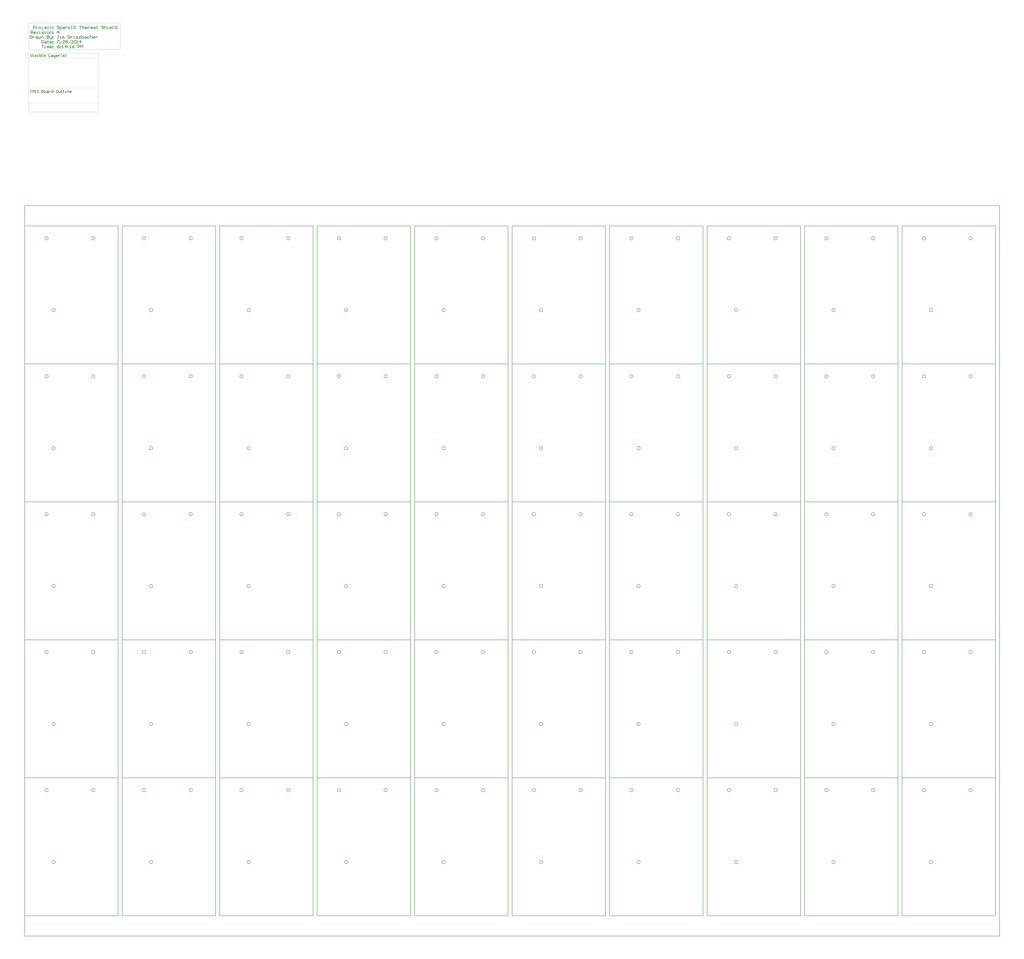
<source format=gko>
%FSLAX25Y25*%
%MOIN*%
G70*
G01*
G75*
G04 Layer_Color=16711935*
%ADD10C,0.01200*%
%ADD11R,0.02559X0.03740*%
G04:AMPARAMS|DCode=12|XSize=37.4mil|YSize=25.59mil|CornerRadius=6.4mil|HoleSize=0mil|Usage=FLASHONLY|Rotation=270.000|XOffset=0mil|YOffset=0mil|HoleType=Round|Shape=RoundedRectangle|*
%AMROUNDEDRECTD12*
21,1,0.03740,0.01280,0,0,270.0*
21,1,0.02461,0.02559,0,0,270.0*
1,1,0.01280,-0.00640,-0.01230*
1,1,0.01280,-0.00640,0.01230*
1,1,0.01280,0.00640,0.01230*
1,1,0.01280,0.00640,-0.01230*
%
%ADD12ROUNDEDRECTD12*%
%ADD13O,0.02362X0.07480*%
%ADD14R,0.03900X0.04300*%
%ADD15C,0.04000*%
%ADD16R,0.04300X0.03900*%
%ADD17C,0.01000*%
%ADD18C,0.01500*%
%ADD19C,0.02000*%
%ADD20C,0.00394*%
%ADD21C,0.07087*%
%ADD22R,0.07087X0.07087*%
%ADD23C,0.09449*%
%ADD24C,0.05906*%
%ADD25R,0.05906X0.05906*%
%ADD26C,0.08661*%
%ADD27C,0.31496*%
%ADD28C,0.01800*%
%ADD29C,0.00787*%
%ADD30C,0.00984*%
%ADD31C,0.01575*%
%ADD32C,0.00700*%
%ADD33C,0.00800*%
%ADD34R,0.03359X0.04540*%
G04:AMPARAMS|DCode=35|XSize=45.4mil|YSize=33.59mil|CornerRadius=10.4mil|HoleSize=0mil|Usage=FLASHONLY|Rotation=270.000|XOffset=0mil|YOffset=0mil|HoleType=Round|Shape=RoundedRectangle|*
%AMROUNDEDRECTD35*
21,1,0.04540,0.01280,0,0,270.0*
21,1,0.02461,0.03359,0,0,270.0*
1,1,0.02080,-0.00640,-0.01230*
1,1,0.02080,-0.00640,0.01230*
1,1,0.02080,0.00640,0.01230*
1,1,0.02080,0.00640,-0.01230*
%
%ADD35ROUNDEDRECTD35*%
%ADD36O,0.03162X0.08280*%
%ADD37R,0.04700X0.05100*%
%ADD38C,0.08000*%
%ADD39R,0.05100X0.04700*%
%ADD40C,0.07887*%
%ADD41R,0.07887X0.07887*%
%ADD42C,0.10249*%
%ADD43C,0.06706*%
%ADD44R,0.06706X0.06706*%
%ADD45C,0.09461*%
%ADD46C,0.32296*%
%ADD47C,0.02600*%
%ADD48C,0.00197*%
D10*
X17199Y2078300D02*
X15200D01*
Y2084298D01*
X17199D01*
X20198Y2078300D02*
Y2084298D01*
X22198Y2082299D01*
X24197Y2084298D01*
Y2078300D01*
X26196D02*
X28196D01*
X27196D01*
Y2084298D01*
X26196Y2083298D01*
X31195Y2078300D02*
X33194D01*
Y2084298D01*
X31195D01*
X42191D02*
Y2078300D01*
X45190D01*
X46190Y2079300D01*
Y2080299D01*
X45190Y2081299D01*
X42191D01*
X45190D01*
X46190Y2082299D01*
Y2083298D01*
X45190Y2084298D01*
X42191D01*
X49189Y2078300D02*
X51188D01*
X52188Y2079300D01*
Y2081299D01*
X51188Y2082299D01*
X49189D01*
X48189Y2081299D01*
Y2079300D01*
X49189Y2078300D01*
X55187Y2082299D02*
X57186D01*
X58186Y2081299D01*
Y2078300D01*
X55187D01*
X54187Y2079300D01*
X55187Y2080299D01*
X58186D01*
X60185Y2082299D02*
Y2078300D01*
Y2080299D01*
X61185Y2081299D01*
X62185Y2082299D01*
X63184D01*
X70182Y2084298D02*
Y2078300D01*
X67183D01*
X66184Y2079300D01*
Y2081299D01*
X67183Y2082299D01*
X70182D01*
X81179Y2084298D02*
X79179D01*
X78180Y2083298D01*
Y2079300D01*
X79179Y2078300D01*
X81179D01*
X82178Y2079300D01*
Y2083298D01*
X81179Y2084298D01*
X84178Y2082299D02*
Y2079300D01*
X85177Y2078300D01*
X88176D01*
Y2082299D01*
X91175Y2083298D02*
Y2082299D01*
X90176D01*
X92175D01*
X91175D01*
Y2079300D01*
X92175Y2078300D01*
X95174D02*
X97174D01*
X96174D01*
Y2084298D01*
X95174D01*
X100172Y2078300D02*
X102172D01*
X101172D01*
Y2082299D01*
X100172D01*
X105171Y2078300D02*
Y2082299D01*
X108170D01*
X109170Y2081299D01*
Y2078300D01*
X114168D02*
X112169D01*
X111169Y2079300D01*
Y2081299D01*
X112169Y2082299D01*
X114168D01*
X115168Y2081299D01*
Y2080299D01*
X111169D01*
X14600Y2172878D02*
Y2168879D01*
X16599Y2166879D01*
X18599Y2168879D01*
Y2172878D01*
X20598Y2166879D02*
X22597D01*
X21598D01*
Y2170878D01*
X20598D01*
X25596Y2166879D02*
X28596D01*
X29595Y2167879D01*
X28596Y2168879D01*
X26596D01*
X25596Y2169879D01*
X26596Y2170878D01*
X29595D01*
X31594Y2166879D02*
X33594D01*
X32594D01*
Y2170878D01*
X31594D01*
X36593Y2172878D02*
Y2166879D01*
X39592D01*
X40592Y2167879D01*
Y2168879D01*
Y2169879D01*
X39592Y2170878D01*
X36593D01*
X42591Y2166879D02*
X44590D01*
X43591D01*
Y2172878D01*
X42591D01*
X50588Y2166879D02*
X48589D01*
X47589Y2167879D01*
Y2169879D01*
X48589Y2170878D01*
X50588D01*
X51588Y2169879D01*
Y2168879D01*
X47589D01*
X59585Y2172878D02*
Y2166879D01*
X63584D01*
X66583Y2170878D02*
X68582D01*
X69582Y2169879D01*
Y2166879D01*
X66583D01*
X65583Y2167879D01*
X66583Y2168879D01*
X69582D01*
X71582Y2170878D02*
Y2167879D01*
X72581Y2166879D01*
X75580D01*
Y2165880D01*
X74581Y2164880D01*
X73581D01*
X75580Y2166879D02*
Y2170878D01*
X80579Y2166879D02*
X78579D01*
X77580Y2167879D01*
Y2169879D01*
X78579Y2170878D01*
X80579D01*
X81578Y2169879D01*
Y2168879D01*
X77580D01*
X83578Y2170878D02*
Y2166879D01*
Y2168879D01*
X84577Y2169879D01*
X85577Y2170878D01*
X86577D01*
X91575Y2166879D02*
X89576Y2168879D01*
Y2170878D01*
X91575Y2172878D01*
X94574Y2166879D02*
X97573D01*
X98573Y2167879D01*
X97573Y2168879D01*
X95574D01*
X94574Y2169879D01*
X95574Y2170878D01*
X98573D01*
X100572Y2166879D02*
X102571Y2168879D01*
Y2170878D01*
X100572Y2172878D01*
X21364Y2235431D02*
Y2242428D01*
X24863D01*
X26029Y2241262D01*
Y2238930D01*
X24863Y2237763D01*
X21364D01*
X28362Y2240096D02*
Y2235431D01*
Y2237763D01*
X29528Y2238930D01*
X30694Y2240096D01*
X31861D01*
X36526Y2235431D02*
X38858D01*
X40025Y2236597D01*
Y2238930D01*
X38858Y2240096D01*
X36526D01*
X35359Y2238930D01*
Y2236597D01*
X36526Y2235431D01*
X42357Y2233098D02*
X43523D01*
X44690Y2234264D01*
Y2240096D01*
X52854Y2235431D02*
X50521D01*
X49355Y2236597D01*
Y2238930D01*
X50521Y2240096D01*
X52854D01*
X54020Y2238930D01*
Y2237763D01*
X49355D01*
X61018Y2240096D02*
X57519D01*
X56353Y2238930D01*
Y2236597D01*
X57519Y2235431D01*
X61018D01*
X64517Y2241262D02*
Y2240096D01*
X63350D01*
X65683D01*
X64517D01*
Y2236597D01*
X65683Y2235431D01*
X69182Y2240096D02*
X70348D01*
Y2238930D01*
X69182D01*
Y2240096D01*
Y2236597D02*
X70348D01*
Y2235431D01*
X69182D01*
Y2236597D01*
X15532Y2223620D02*
Y2230617D01*
X19031D01*
X20198Y2229451D01*
Y2227118D01*
X19031Y2225952D01*
X15532D01*
X17865D02*
X20198Y2223620D01*
X26029D02*
X23697D01*
X22530Y2224786D01*
Y2227118D01*
X23697Y2228285D01*
X26029D01*
X27195Y2227118D01*
Y2225952D01*
X22530D01*
X29528Y2228285D02*
X31861Y2223620D01*
X34193Y2228285D01*
X36526Y2223620D02*
X38858D01*
X37692D01*
Y2228285D01*
X36526D01*
X42357Y2223620D02*
X45856D01*
X47022Y2224786D01*
X45856Y2225952D01*
X43523D01*
X42357Y2227118D01*
X43523Y2228285D01*
X47022D01*
X49355Y2223620D02*
X51688D01*
X50521D01*
Y2228285D01*
X49355D01*
X56353Y2223620D02*
X58685D01*
X59851Y2224786D01*
Y2227118D01*
X58685Y2228285D01*
X56353D01*
X55186Y2227118D01*
Y2224786D01*
X56353Y2223620D01*
X62184D02*
Y2228285D01*
X65683D01*
X66849Y2227118D01*
Y2223620D01*
X69182Y2228285D02*
X70348D01*
Y2227118D01*
X69182D01*
Y2228285D01*
Y2224786D02*
X70348D01*
Y2223620D01*
X69182D01*
Y2224786D01*
X13200Y2218806D02*
Y2211809D01*
X16699D01*
X17865Y2212975D01*
Y2217640D01*
X16699Y2218806D01*
X13200D01*
X20198Y2216474D02*
Y2211809D01*
Y2214141D01*
X21364Y2215307D01*
X22530Y2216474D01*
X23697D01*
X28362D02*
X30694D01*
X31861Y2215307D01*
Y2211809D01*
X28362D01*
X27195Y2212975D01*
X28362Y2214141D01*
X31861D01*
X34193Y2216474D02*
Y2212975D01*
X35359Y2211809D01*
X36526Y2212975D01*
X37692Y2211809D01*
X38858Y2212975D01*
Y2216474D01*
X41191Y2211809D02*
Y2216474D01*
X44690D01*
X45856Y2215307D01*
Y2211809D01*
X55186Y2218806D02*
Y2211809D01*
X58685D01*
X59851Y2212975D01*
Y2214141D01*
X58685Y2215307D01*
X55186D01*
X58685D01*
X59851Y2216474D01*
Y2217640D01*
X58685Y2218806D01*
X55186D01*
X62184Y2216474D02*
Y2212975D01*
X63350Y2211809D01*
X66849D01*
Y2210642D01*
X65683Y2209476D01*
X64517D01*
X66849Y2211809D02*
Y2216474D01*
X69182D02*
X70348D01*
Y2215307D01*
X69182D01*
Y2216474D01*
Y2212975D02*
X70348D01*
Y2211809D01*
X69182D01*
Y2212975D01*
X42357Y2206995D02*
Y2199998D01*
X45856D01*
X47022Y2201164D01*
Y2205829D01*
X45856Y2206995D01*
X42357D01*
X50521Y2204663D02*
X52854D01*
X54020Y2203497D01*
Y2199998D01*
X50521D01*
X49355Y2201164D01*
X50521Y2202330D01*
X54020D01*
X57519Y2205829D02*
Y2204663D01*
X56353D01*
X58685D01*
X57519D01*
Y2201164D01*
X58685Y2199998D01*
X65683D02*
X63350D01*
X62184Y2201164D01*
Y2203497D01*
X63350Y2204663D01*
X65683D01*
X66849Y2203497D01*
Y2202330D01*
X62184D01*
X69182Y2204663D02*
X70348D01*
Y2203497D01*
X69182D01*
Y2204663D01*
Y2201164D02*
X70348D01*
Y2199998D01*
X69182D01*
Y2201164D01*
X42357Y2195184D02*
X47022D01*
X44690D01*
Y2188187D01*
X49355D02*
X51688D01*
X50521D01*
Y2192852D01*
X49355D01*
X55186Y2188187D02*
Y2192852D01*
X56353D01*
X57519Y2191685D01*
Y2188187D01*
Y2191685D01*
X58685Y2192852D01*
X59851Y2191685D01*
Y2188187D01*
X65683D02*
X63350D01*
X62184Y2189353D01*
Y2191685D01*
X63350Y2192852D01*
X65683D01*
X66849Y2191685D01*
Y2190519D01*
X62184D01*
X69182Y2192852D02*
X70348D01*
Y2191685D01*
X69182D01*
Y2192852D01*
Y2189353D02*
X70348D01*
Y2188187D01*
X69182D01*
Y2189353D01*
X84794Y2241262D02*
X83628Y2242428D01*
X81295D01*
X80129Y2241262D01*
Y2240096D01*
X81295Y2238930D01*
X83628D01*
X84794Y2237763D01*
Y2236597D01*
X83628Y2235431D01*
X81295D01*
X80129Y2236597D01*
X87127Y2233098D02*
Y2240096D01*
X90626D01*
X91792Y2238930D01*
Y2236597D01*
X90626Y2235431D01*
X87127D01*
X95291Y2240096D02*
X97623D01*
X98790Y2238930D01*
Y2235431D01*
X95291D01*
X94125Y2236597D01*
X95291Y2237763D01*
X98790D01*
X101122Y2240096D02*
Y2235431D01*
Y2237763D01*
X102289Y2238930D01*
X103455Y2240096D01*
X104621D01*
X108120Y2235431D02*
Y2242428D01*
Y2237763D02*
X111619Y2240096D01*
X108120Y2237763D02*
X111619Y2235431D01*
X115118Y2242428D02*
X117450D01*
X116284D01*
Y2235431D01*
X115118D01*
X117450D01*
X124448Y2242428D02*
X122116D01*
X120949Y2241262D01*
Y2236597D01*
X122116Y2235431D01*
X124448D01*
X125614Y2236597D01*
Y2241262D01*
X124448Y2242428D01*
X134945D02*
X139610D01*
X137277D01*
Y2235431D01*
X141943Y2242428D02*
Y2235431D01*
Y2238930D01*
X143109Y2240096D01*
X145441D01*
X146608Y2238930D01*
Y2235431D01*
X152439D02*
X150107D01*
X148940Y2236597D01*
Y2238930D01*
X150107Y2240096D01*
X152439D01*
X153605Y2238930D01*
Y2237763D01*
X148940D01*
X155938Y2240096D02*
Y2235431D01*
Y2237763D01*
X157104Y2238930D01*
X158271Y2240096D01*
X159437D01*
X162936Y2235431D02*
Y2240096D01*
X164102D01*
X165268Y2238930D01*
Y2235431D01*
Y2238930D01*
X166435Y2240096D01*
X167601Y2238930D01*
Y2235431D01*
X171100Y2240096D02*
X173432D01*
X174599Y2238930D01*
Y2235431D01*
X171100D01*
X169933Y2236597D01*
X171100Y2237763D01*
X174599D01*
X176931Y2235431D02*
X179264D01*
X178097D01*
Y2242428D01*
X176931D01*
X194425Y2241262D02*
X193259Y2242428D01*
X190927D01*
X189760Y2241262D01*
Y2240096D01*
X190927Y2238930D01*
X193259D01*
X194425Y2237763D01*
Y2236597D01*
X193259Y2235431D01*
X190927D01*
X189760Y2236597D01*
X196758Y2242428D02*
Y2235431D01*
Y2238930D01*
X197924Y2240096D01*
X200257D01*
X201423Y2238930D01*
Y2235431D01*
X203756D02*
X206088D01*
X204922D01*
Y2240096D01*
X203756D01*
X213086Y2235431D02*
X210754D01*
X209587Y2236597D01*
Y2238930D01*
X210754Y2240096D01*
X213086D01*
X214252Y2238930D01*
Y2237763D01*
X209587D01*
X216585Y2235431D02*
X218918D01*
X217751D01*
Y2242428D01*
X216585D01*
X227082D02*
Y2235431D01*
X223583D01*
X222416Y2236597D01*
Y2238930D01*
X223583Y2240096D01*
X227082D01*
X80129Y2223620D02*
Y2228285D01*
X82462Y2230617D01*
X84794Y2228285D01*
Y2223620D01*
Y2227118D01*
X80129D01*
X84794Y2218806D02*
X82462D01*
X83628D01*
Y2212975D01*
X82462Y2211809D01*
X81295D01*
X80129Y2212975D01*
X87127Y2211809D02*
X89459D01*
X88293D01*
Y2216474D01*
X87127D01*
X92958Y2211809D02*
Y2216474D01*
X94125D01*
X95291Y2215307D01*
Y2211809D01*
Y2215307D01*
X96457Y2216474D01*
X97623Y2215307D01*
Y2211809D01*
X111619Y2217640D02*
X110453Y2218806D01*
X108120D01*
X106954Y2217640D01*
Y2212975D01*
X108120Y2211809D01*
X110453D01*
X111619Y2212975D01*
Y2215307D01*
X109286D01*
X113952Y2216474D02*
Y2211809D01*
Y2214141D01*
X115118Y2215307D01*
X116284Y2216474D01*
X117450D01*
X120949Y2211809D02*
X123282D01*
X122116D01*
Y2216474D01*
X120949D01*
X126781Y2211809D02*
X130280D01*
X131446Y2212975D01*
X130280Y2214141D01*
X127947D01*
X126781Y2215307D01*
X127947Y2216474D01*
X131446D01*
X133778D02*
X138444D01*
X133778Y2211809D01*
X138444D01*
X140776Y2218806D02*
Y2211809D01*
X144275D01*
X145441Y2212975D01*
Y2214141D01*
Y2215307D01*
X144275Y2216474D01*
X140776D01*
X148940D02*
X151273D01*
X152439Y2215307D01*
Y2211809D01*
X148940D01*
X147774Y2212975D01*
X148940Y2214141D01*
X152439D01*
X159437Y2216474D02*
X155938D01*
X154772Y2215307D01*
Y2212975D01*
X155938Y2211809D01*
X159437D01*
X161769Y2218806D02*
Y2211809D01*
Y2215307D01*
X162936Y2216474D01*
X165268D01*
X166435Y2215307D01*
Y2211809D01*
X172266D02*
X169933D01*
X168767Y2212975D01*
Y2215307D01*
X169933Y2216474D01*
X172266D01*
X173432Y2215307D01*
Y2214141D01*
X168767D01*
X175765Y2216474D02*
Y2211809D01*
Y2214141D01*
X176931Y2215307D01*
X178097Y2216474D01*
X179264D01*
X84794Y2195184D02*
X82462Y2194018D01*
X80129Y2191685D01*
Y2189353D01*
X81295Y2188187D01*
X83628D01*
X84794Y2189353D01*
Y2190519D01*
X83628Y2191685D01*
X80129D01*
X87127Y2192852D02*
X88293D01*
Y2191685D01*
X87127D01*
Y2192852D01*
Y2189353D02*
X88293D01*
Y2188187D01*
X87127D01*
Y2189353D01*
X92958Y2188187D02*
X95291D01*
X94125D01*
Y2195184D01*
X92958Y2194018D01*
X102289Y2188187D02*
Y2195184D01*
X98790Y2191685D01*
X103455D01*
X105788Y2192852D02*
X106954D01*
Y2191685D01*
X105788D01*
Y2192852D01*
Y2189353D02*
X106954D01*
Y2188187D01*
X105788D01*
Y2189353D01*
X111619Y2188187D02*
X113952D01*
X112785D01*
Y2195184D01*
X111619Y2194018D01*
X122116Y2195184D02*
X119783Y2194018D01*
X117450Y2191685D01*
Y2189353D01*
X118617Y2188187D01*
X120949D01*
X122116Y2189353D01*
Y2190519D01*
X120949Y2191685D01*
X117450D01*
X131446Y2188187D02*
Y2195184D01*
X134945D01*
X136111Y2194018D01*
Y2191685D01*
X134945Y2190519D01*
X131446D01*
X138444Y2188187D02*
Y2195184D01*
X140776Y2192852D01*
X143109Y2195184D01*
Y2188187D01*
X80129Y2206995D02*
X84794D01*
Y2205829D01*
X80129Y2201164D01*
Y2199998D01*
X87127D02*
X91792Y2204663D01*
X98790Y2199998D02*
X94125D01*
X98790Y2204663D01*
Y2205829D01*
X97623Y2206995D01*
X95291D01*
X94125Y2205829D01*
X101122D02*
X102289Y2206995D01*
X104621D01*
X105788Y2205829D01*
Y2204663D01*
X104621Y2203497D01*
X105788Y2202330D01*
Y2201164D01*
X104621Y2199998D01*
X102289D01*
X101122Y2201164D01*
Y2202330D01*
X102289Y2203497D01*
X101122Y2204663D01*
Y2205829D01*
X102289Y2203497D02*
X104621D01*
X108120Y2199998D02*
X112785Y2204663D01*
X119783Y2199998D02*
X115118D01*
X119783Y2204663D01*
Y2205829D01*
X118617Y2206995D01*
X116284D01*
X115118Y2205829D01*
X122116D02*
X123282Y2206995D01*
X125614D01*
X126781Y2205829D01*
Y2201164D01*
X125614Y2199998D01*
X123282D01*
X122116Y2201164D01*
Y2205829D01*
X129113Y2199998D02*
X131446D01*
X130280D01*
Y2206995D01*
X129113Y2205829D01*
X138444Y2199998D02*
Y2206995D01*
X134945Y2203497D01*
X139610D01*
D17*
X75631Y182200D02*
G03*
X75631Y182200I-4031J0D01*
G01*
X58031Y359300D02*
G03*
X58031Y359300I-4031J0D01*
G01*
X173031D02*
G03*
X173031Y359300I-4031J0D01*
G01*
X315631Y182200D02*
G03*
X315631Y182200I-4031J0D01*
G01*
X298031Y359300D02*
G03*
X298031Y359300I-4031J0D01*
G01*
X413031D02*
G03*
X413031Y359300I-4031J0D01*
G01*
X555631Y182200D02*
G03*
X555631Y182200I-4031J0D01*
G01*
X538031Y359300D02*
G03*
X538031Y359300I-4031J0D01*
G01*
X653031D02*
G03*
X653031Y359300I-4031J0D01*
G01*
X795631Y182200D02*
G03*
X795631Y182200I-4031J0D01*
G01*
X778031Y359300D02*
G03*
X778031Y359300I-4031J0D01*
G01*
X893031D02*
G03*
X893031Y359300I-4031J0D01*
G01*
X1035631Y182200D02*
G03*
X1035631Y182200I-4031J0D01*
G01*
X1018031Y359300D02*
G03*
X1018031Y359300I-4031J0D01*
G01*
X1133031D02*
G03*
X1133031Y359300I-4031J0D01*
G01*
X1275631Y182200D02*
G03*
X1275631Y182200I-4031J0D01*
G01*
X1258031Y359300D02*
G03*
X1258031Y359300I-4031J0D01*
G01*
X1373031D02*
G03*
X1373031Y359300I-4031J0D01*
G01*
X1515631Y182200D02*
G03*
X1515631Y182200I-4031J0D01*
G01*
X1498031Y359300D02*
G03*
X1498031Y359300I-4031J0D01*
G01*
X1613031D02*
G03*
X1613031Y359300I-4031J0D01*
G01*
X1755631Y182200D02*
G03*
X1755631Y182200I-4031J0D01*
G01*
X1738031Y359300D02*
G03*
X1738031Y359300I-4031J0D01*
G01*
X1853031D02*
G03*
X1853031Y359300I-4031J0D01*
G01*
X1995631Y182200D02*
G03*
X1995631Y182200I-4031J0D01*
G01*
X1978031Y359300D02*
G03*
X1978031Y359300I-4031J0D01*
G01*
X2093031D02*
G03*
X2093031Y359300I-4031J0D01*
G01*
X2235631Y182200D02*
G03*
X2235631Y182200I-4031J0D01*
G01*
X2218031Y359300D02*
G03*
X2218031Y359300I-4031J0D01*
G01*
X2333031D02*
G03*
X2333031Y359300I-4031J0D01*
G01*
X75631Y522200D02*
G03*
X75631Y522200I-4031J0D01*
G01*
X58031Y699300D02*
G03*
X58031Y699300I-4031J0D01*
G01*
X173031D02*
G03*
X173031Y699300I-4031J0D01*
G01*
X315631Y522200D02*
G03*
X315631Y522200I-4031J0D01*
G01*
X298031Y699300D02*
G03*
X298031Y699300I-4031J0D01*
G01*
X413031D02*
G03*
X413031Y699300I-4031J0D01*
G01*
X555631Y522200D02*
G03*
X555631Y522200I-4031J0D01*
G01*
X538031Y699300D02*
G03*
X538031Y699300I-4031J0D01*
G01*
X653031D02*
G03*
X653031Y699300I-4031J0D01*
G01*
X795631Y522200D02*
G03*
X795631Y522200I-4031J0D01*
G01*
X778031Y699300D02*
G03*
X778031Y699300I-4031J0D01*
G01*
X893031D02*
G03*
X893031Y699300I-4031J0D01*
G01*
X1035631Y522200D02*
G03*
X1035631Y522200I-4031J0D01*
G01*
X1018031Y699300D02*
G03*
X1018031Y699300I-4031J0D01*
G01*
X1133031D02*
G03*
X1133031Y699300I-4031J0D01*
G01*
X1275631Y522200D02*
G03*
X1275631Y522200I-4031J0D01*
G01*
X1258031Y699300D02*
G03*
X1258031Y699300I-4031J0D01*
G01*
X1373031D02*
G03*
X1373031Y699300I-4031J0D01*
G01*
X1515631Y522200D02*
G03*
X1515631Y522200I-4031J0D01*
G01*
X1498031Y699300D02*
G03*
X1498031Y699300I-4031J0D01*
G01*
X1613031D02*
G03*
X1613031Y699300I-4031J0D01*
G01*
X1755631Y522200D02*
G03*
X1755631Y522200I-4031J0D01*
G01*
X1738031Y699300D02*
G03*
X1738031Y699300I-4031J0D01*
G01*
X1853031D02*
G03*
X1853031Y699300I-4031J0D01*
G01*
X1995631Y522200D02*
G03*
X1995631Y522200I-4031J0D01*
G01*
X1978031Y699300D02*
G03*
X1978031Y699300I-4031J0D01*
G01*
X2093031D02*
G03*
X2093031Y699300I-4031J0D01*
G01*
X2235631Y522200D02*
G03*
X2235631Y522200I-4031J0D01*
G01*
X2218031Y699300D02*
G03*
X2218031Y699300I-4031J0D01*
G01*
X2333031D02*
G03*
X2333031Y699300I-4031J0D01*
G01*
X75631Y862200D02*
G03*
X75631Y862200I-4031J0D01*
G01*
X58031Y1039300D02*
G03*
X58031Y1039300I-4031J0D01*
G01*
X173031D02*
G03*
X173031Y1039300I-4031J0D01*
G01*
X315631Y862200D02*
G03*
X315631Y862200I-4031J0D01*
G01*
X298031Y1039300D02*
G03*
X298031Y1039300I-4031J0D01*
G01*
X413031D02*
G03*
X413031Y1039300I-4031J0D01*
G01*
X555631Y862200D02*
G03*
X555631Y862200I-4031J0D01*
G01*
X538031Y1039300D02*
G03*
X538031Y1039300I-4031J0D01*
G01*
X653031D02*
G03*
X653031Y1039300I-4031J0D01*
G01*
X795631Y862200D02*
G03*
X795631Y862200I-4031J0D01*
G01*
X778031Y1039300D02*
G03*
X778031Y1039300I-4031J0D01*
G01*
X893031D02*
G03*
X893031Y1039300I-4031J0D01*
G01*
X1035631Y862200D02*
G03*
X1035631Y862200I-4031J0D01*
G01*
X1018031Y1039300D02*
G03*
X1018031Y1039300I-4031J0D01*
G01*
X1133031D02*
G03*
X1133031Y1039300I-4031J0D01*
G01*
X1275631Y862200D02*
G03*
X1275631Y862200I-4031J0D01*
G01*
X1258031Y1039300D02*
G03*
X1258031Y1039300I-4031J0D01*
G01*
X1373031D02*
G03*
X1373031Y1039300I-4031J0D01*
G01*
X1515631Y862200D02*
G03*
X1515631Y862200I-4031J0D01*
G01*
X1498031Y1039300D02*
G03*
X1498031Y1039300I-4031J0D01*
G01*
X1613031D02*
G03*
X1613031Y1039300I-4031J0D01*
G01*
X1755631Y862200D02*
G03*
X1755631Y862200I-4031J0D01*
G01*
X1738031Y1039300D02*
G03*
X1738031Y1039300I-4031J0D01*
G01*
X1853031D02*
G03*
X1853031Y1039300I-4031J0D01*
G01*
X1995631Y862200D02*
G03*
X1995631Y862200I-4031J0D01*
G01*
X1978031Y1039300D02*
G03*
X1978031Y1039300I-4031J0D01*
G01*
X2093031D02*
G03*
X2093031Y1039300I-4031J0D01*
G01*
X2235631Y862200D02*
G03*
X2235631Y862200I-4031J0D01*
G01*
X2218031Y1039300D02*
G03*
X2218031Y1039300I-4031J0D01*
G01*
X2333031D02*
G03*
X2333031Y1039300I-4031J0D01*
G01*
X75631Y1202200D02*
G03*
X75631Y1202200I-4031J0D01*
G01*
X58031Y1379300D02*
G03*
X58031Y1379300I-4031J0D01*
G01*
X173031D02*
G03*
X173031Y1379300I-4031J0D01*
G01*
X315631Y1202200D02*
G03*
X315631Y1202200I-4031J0D01*
G01*
X298031Y1379300D02*
G03*
X298031Y1379300I-4031J0D01*
G01*
X413031D02*
G03*
X413031Y1379300I-4031J0D01*
G01*
X555631Y1202200D02*
G03*
X555631Y1202200I-4031J0D01*
G01*
X538031Y1379300D02*
G03*
X538031Y1379300I-4031J0D01*
G01*
X653031D02*
G03*
X653031Y1379300I-4031J0D01*
G01*
X795631Y1202200D02*
G03*
X795631Y1202200I-4031J0D01*
G01*
X778031Y1379300D02*
G03*
X778031Y1379300I-4031J0D01*
G01*
X893031D02*
G03*
X893031Y1379300I-4031J0D01*
G01*
X1035631Y1202200D02*
G03*
X1035631Y1202200I-4031J0D01*
G01*
X1018031Y1379300D02*
G03*
X1018031Y1379300I-4031J0D01*
G01*
X1133031D02*
G03*
X1133031Y1379300I-4031J0D01*
G01*
X1275631Y1202200D02*
G03*
X1275631Y1202200I-4031J0D01*
G01*
X1258031Y1379300D02*
G03*
X1258031Y1379300I-4031J0D01*
G01*
X1373031D02*
G03*
X1373031Y1379300I-4031J0D01*
G01*
X1515631Y1202200D02*
G03*
X1515631Y1202200I-4031J0D01*
G01*
X1498031Y1379300D02*
G03*
X1498031Y1379300I-4031J0D01*
G01*
X1613031D02*
G03*
X1613031Y1379300I-4031J0D01*
G01*
X1755631Y1202200D02*
G03*
X1755631Y1202200I-4031J0D01*
G01*
X1738031Y1379300D02*
G03*
X1738031Y1379300I-4031J0D01*
G01*
X1853031D02*
G03*
X1853031Y1379300I-4031J0D01*
G01*
X1995631Y1202200D02*
G03*
X1995631Y1202200I-4031J0D01*
G01*
X1978031Y1379300D02*
G03*
X1978031Y1379300I-4031J0D01*
G01*
X2093031D02*
G03*
X2093031Y1379300I-4031J0D01*
G01*
X2235631Y1202200D02*
G03*
X2235631Y1202200I-4031J0D01*
G01*
X2218031Y1379300D02*
G03*
X2218031Y1379300I-4031J0D01*
G01*
X2333031D02*
G03*
X2333031Y1379300I-4031J0D01*
G01*
X75631Y1542200D02*
G03*
X75631Y1542200I-4031J0D01*
G01*
X58031Y1719300D02*
G03*
X58031Y1719300I-4031J0D01*
G01*
X173031D02*
G03*
X173031Y1719300I-4031J0D01*
G01*
X315631Y1542200D02*
G03*
X315631Y1542200I-4031J0D01*
G01*
X298031Y1719300D02*
G03*
X298031Y1719300I-4031J0D01*
G01*
X413031D02*
G03*
X413031Y1719300I-4031J0D01*
G01*
X555631Y1542200D02*
G03*
X555631Y1542200I-4031J0D01*
G01*
X538031Y1719300D02*
G03*
X538031Y1719300I-4031J0D01*
G01*
X653031D02*
G03*
X653031Y1719300I-4031J0D01*
G01*
X795631Y1542200D02*
G03*
X795631Y1542200I-4031J0D01*
G01*
X778031Y1719300D02*
G03*
X778031Y1719300I-4031J0D01*
G01*
X893031D02*
G03*
X893031Y1719300I-4031J0D01*
G01*
X1035631Y1542200D02*
G03*
X1035631Y1542200I-4031J0D01*
G01*
X1018031Y1719300D02*
G03*
X1018031Y1719300I-4031J0D01*
G01*
X1133031D02*
G03*
X1133031Y1719300I-4031J0D01*
G01*
X1275631Y1542200D02*
G03*
X1275631Y1542200I-4031J0D01*
G01*
X1258031Y1719300D02*
G03*
X1258031Y1719300I-4031J0D01*
G01*
X1373031D02*
G03*
X1373031Y1719300I-4031J0D01*
G01*
X1515631Y1542200D02*
G03*
X1515631Y1542200I-4031J0D01*
G01*
X1498031Y1719300D02*
G03*
X1498031Y1719300I-4031J0D01*
G01*
X1613031D02*
G03*
X1613031Y1719300I-4031J0D01*
G01*
X1755631Y1542200D02*
G03*
X1755631Y1542200I-4031J0D01*
G01*
X1738031Y1719300D02*
G03*
X1738031Y1719300I-4031J0D01*
G01*
X1853031D02*
G03*
X1853031Y1719300I-4031J0D01*
G01*
X1995631Y1542200D02*
G03*
X1995631Y1542200I-4031J0D01*
G01*
X1978031Y1719300D02*
G03*
X1978031Y1719300I-4031J0D01*
G01*
X2093031D02*
G03*
X2093031Y1719300I-4031J0D01*
G01*
X2235631Y1542200D02*
G03*
X2235631Y1542200I-4031J0D01*
G01*
X2218031Y1719300D02*
G03*
X2218031Y1719300I-4031J0D01*
G01*
X2333031D02*
G03*
X2333031Y1719300I-4031J0D01*
G01*
X0Y0D02*
Y1800000D01*
Y0D02*
X2400000D01*
X0Y1800000D02*
X2400000D01*
Y0D02*
Y1800000D01*
X0Y50000D02*
Y390000D01*
X230000D01*
Y50500D02*
Y390000D01*
X0Y50000D02*
X230000D01*
X240000D02*
Y390000D01*
X470000D01*
Y50500D02*
Y390000D01*
X240000Y50000D02*
X470000D01*
X480000D02*
Y390000D01*
X710000D01*
Y50500D02*
Y390000D01*
X480000Y50000D02*
X710000D01*
X720000D02*
Y390000D01*
X950000D01*
Y50500D02*
Y390000D01*
X720000Y50000D02*
X950000D01*
X960000D02*
Y390000D01*
X1190000D01*
Y50500D02*
Y390000D01*
X960000Y50000D02*
X1190000D01*
X1200000D02*
Y390000D01*
X1430000D01*
Y50500D02*
Y390000D01*
X1200000Y50000D02*
X1430000D01*
X1440000D02*
Y390000D01*
X1670000D01*
Y50500D02*
Y390000D01*
X1440000Y50000D02*
X1670000D01*
X1680000D02*
Y390000D01*
X1910000D01*
Y50500D02*
Y390000D01*
X1680000Y50000D02*
X1910000D01*
X1920000D02*
Y390000D01*
X2150000D01*
Y50500D02*
Y390000D01*
X1920000Y50000D02*
X2150000D01*
X2160000D02*
Y390000D01*
X2390000D01*
Y50500D02*
Y390000D01*
X2160000Y50000D02*
X2390000D01*
X0Y390000D02*
Y730000D01*
X230000D01*
Y390500D02*
Y730000D01*
X0Y390000D02*
X230000D01*
X240000D02*
Y730000D01*
X470000D01*
Y390500D02*
Y730000D01*
X240000Y390000D02*
X470000D01*
X480000D02*
Y730000D01*
X710000D01*
Y390500D02*
Y730000D01*
X480000Y390000D02*
X710000D01*
X720000D02*
Y730000D01*
X950000D01*
Y390500D02*
Y730000D01*
X720000Y390000D02*
X950000D01*
X960000D02*
Y730000D01*
X1190000D01*
Y390500D02*
Y730000D01*
X960000Y390000D02*
X1190000D01*
X1200000D02*
Y730000D01*
X1430000D01*
Y390500D02*
Y730000D01*
X1200000Y390000D02*
X1430000D01*
X1440000D02*
Y730000D01*
X1670000D01*
Y390500D02*
Y730000D01*
X1440000Y390000D02*
X1670000D01*
X1680000D02*
Y730000D01*
X1910000D01*
Y390500D02*
Y730000D01*
X1680000Y390000D02*
X1910000D01*
X1920000D02*
Y730000D01*
X2150000D01*
Y390500D02*
Y730000D01*
X1920000Y390000D02*
X2150000D01*
X2160000D02*
Y730000D01*
X2390000D01*
Y390500D02*
Y730000D01*
X2160000Y390000D02*
X2390000D01*
X0Y730000D02*
Y1070000D01*
X230000D01*
Y730500D02*
Y1070000D01*
X0Y730000D02*
X230000D01*
X240000D02*
Y1070000D01*
X470000D01*
Y730500D02*
Y1070000D01*
X240000Y730000D02*
X470000D01*
X480000D02*
Y1070000D01*
X710000D01*
Y730500D02*
Y1070000D01*
X480000Y730000D02*
X710000D01*
X720000D02*
Y1070000D01*
X950000D01*
Y730500D02*
Y1070000D01*
X720000Y730000D02*
X950000D01*
X960000D02*
Y1070000D01*
X1190000D01*
Y730500D02*
Y1070000D01*
X960000Y730000D02*
X1190000D01*
X1200000D02*
Y1070000D01*
X1430000D01*
Y730500D02*
Y1070000D01*
X1200000Y730000D02*
X1430000D01*
X1440000D02*
Y1070000D01*
X1670000D01*
Y730500D02*
Y1070000D01*
X1440000Y730000D02*
X1670000D01*
X1680000D02*
Y1070000D01*
X1910000D01*
Y730500D02*
Y1070000D01*
X1680000Y730000D02*
X1910000D01*
X1920000D02*
Y1070000D01*
X2150000D01*
Y730500D02*
Y1070000D01*
X1920000Y730000D02*
X2150000D01*
X2160000D02*
Y1070000D01*
X2390000D01*
Y730500D02*
Y1070000D01*
X2160000Y730000D02*
X2390000D01*
X0Y1070000D02*
Y1410000D01*
X230000D01*
Y1070500D02*
Y1410000D01*
X0Y1070000D02*
X230000D01*
X240000D02*
Y1410000D01*
X470000D01*
Y1070500D02*
Y1410000D01*
X240000Y1070000D02*
X470000D01*
X480000D02*
Y1410000D01*
X710000D01*
Y1070500D02*
Y1410000D01*
X480000Y1070000D02*
X710000D01*
X720000D02*
Y1410000D01*
X950000D01*
Y1070500D02*
Y1410000D01*
X720000Y1070000D02*
X950000D01*
X960000D02*
Y1410000D01*
X1190000D01*
Y1070500D02*
Y1410000D01*
X960000Y1070000D02*
X1190000D01*
X1200000D02*
Y1410000D01*
X1430000D01*
Y1070500D02*
Y1410000D01*
X1200000Y1070000D02*
X1430000D01*
X1440000D02*
Y1410000D01*
X1670000D01*
Y1070500D02*
Y1410000D01*
X1440000Y1070000D02*
X1670000D01*
X1680000D02*
Y1410000D01*
X1910000D01*
Y1070500D02*
Y1410000D01*
X1680000Y1070000D02*
X1910000D01*
X1920000D02*
Y1410000D01*
X2150000D01*
Y1070500D02*
Y1410000D01*
X1920000Y1070000D02*
X2150000D01*
X2160000D02*
Y1410000D01*
X2390000D01*
Y1070500D02*
Y1410000D01*
X2160000Y1070000D02*
X2390000D01*
X0Y1410000D02*
Y1750000D01*
X230000D01*
Y1410500D02*
Y1750000D01*
X0Y1410000D02*
X230000D01*
X240000D02*
Y1750000D01*
X470000D01*
Y1410500D02*
Y1750000D01*
X240000Y1410000D02*
X470000D01*
X480000D02*
Y1750000D01*
X710000D01*
Y1410500D02*
Y1750000D01*
X480000Y1410000D02*
X710000D01*
X720000D02*
Y1750000D01*
X950000D01*
Y1410500D02*
Y1750000D01*
X720000Y1410000D02*
X950000D01*
X960000D02*
Y1750000D01*
X1190000D01*
Y1410500D02*
Y1750000D01*
X960000Y1410000D02*
X1190000D01*
X1200000D02*
Y1750000D01*
X1430000D01*
Y1410500D02*
Y1750000D01*
X1200000Y1410000D02*
X1430000D01*
X1440000D02*
Y1750000D01*
X1670000D01*
Y1410500D02*
Y1750000D01*
X1440000Y1410000D02*
X1670000D01*
X1680000D02*
Y1750000D01*
X1910000D01*
Y1410500D02*
Y1750000D01*
X1680000Y1410000D02*
X1910000D01*
X1920000D02*
Y1750000D01*
X2150000D01*
Y1410500D02*
Y1750000D01*
X1920000Y1410000D02*
X2150000D01*
X2160000D02*
Y1750000D01*
X2390000D01*
Y1410500D02*
Y1750000D01*
X2160000Y1410000D02*
X2390000D01*
D20*
X9063Y2052377D02*
X11032D01*
X13000D02*
X14968D01*
X16937D02*
X18905D01*
X20874D02*
X22842D01*
X24811D02*
X26779D01*
X28748D02*
X30716D01*
X32685D02*
X34653D01*
X36622D02*
X38591D01*
X40559D02*
X42528D01*
X44496D02*
X46465D01*
X48433D02*
X50402D01*
X52370D02*
X54339D01*
X56307D02*
X58276D01*
X60244D02*
X62213D01*
X64181D02*
X66150D01*
X68118D02*
X70087D01*
X72055D02*
X74024D01*
X75992D02*
X77961D01*
X79929D02*
X81898D01*
X83866D02*
X85835D01*
X87803D02*
X89772D01*
X91740D02*
X93709D01*
X95677D02*
X97646D01*
X99614D02*
X101583D01*
X103551D02*
X105520D01*
X107488D02*
X109457D01*
X111425D02*
X113394D01*
X115362D02*
X117331D01*
X119299D02*
X121268D01*
X123236D02*
X125205D01*
X127173D02*
X129142D01*
X131110D02*
X133079D01*
X135047D02*
X137016D01*
X138984D02*
X140953D01*
X142921D02*
X144890D01*
X146858D02*
X148827D01*
X150795D02*
X152764D01*
X154732D02*
X156701D01*
X158669D02*
X160638D01*
X162606D02*
X164575D01*
X166543D02*
X168512D01*
X170480D02*
X172449D01*
X174417D02*
X176386D01*
X178354D02*
X180323D01*
X9363Y2089817D02*
X11332D01*
X13300D02*
X15269D01*
X17237D02*
X19206D01*
X21174D02*
X23143D01*
X25111D02*
X27079D01*
X29048D02*
X31016D01*
X32985D02*
X34953D01*
X36922D02*
X38891D01*
X40859D02*
X42828D01*
X44796D02*
X46765D01*
X48733D02*
X50702D01*
X52670D02*
X54639D01*
X56607D02*
X58576D01*
X60544D02*
X62513D01*
X64481D02*
X66450D01*
X68418D02*
X70387D01*
X72355D02*
X74324D01*
X76292D02*
X78261D01*
X80229D02*
X82198D01*
X84166D02*
X86135D01*
X88103D02*
X90072D01*
X92040D02*
X94009D01*
X95977D02*
X97946D01*
X99914D02*
X101883D01*
X103851D02*
X105820D01*
X107788D02*
X109757D01*
X111725D02*
X113694D01*
X115662D02*
X117631D01*
X119599D02*
X121568D01*
X123536D02*
X125505D01*
X127473D02*
X129442D01*
X131410D02*
X133379D01*
X135347D02*
X137316D01*
X139284D02*
X141253D01*
X143221D02*
X145190D01*
X147158D02*
X149127D01*
X151095D02*
X153064D01*
X155032D02*
X157001D01*
X158969D02*
X160938D01*
X162906D02*
X164875D01*
X166843D02*
X168812D01*
X170780D02*
X172749D01*
X174717D02*
X176686D01*
X178654D02*
X180623D01*
X178054Y2163927D02*
X180023D01*
X174117D02*
X176086D01*
X170180D02*
X172149D01*
X166243D02*
X168212D01*
X162306D02*
X164275D01*
X158369D02*
X160338D01*
X154432D02*
X156401D01*
X150495D02*
X152464D01*
X146558D02*
X148527D01*
X142621D02*
X144590D01*
X138684D02*
X140653D01*
X134747D02*
X136716D01*
X130810D02*
X132779D01*
X126873D02*
X128842D01*
X122936D02*
X124905D01*
X118999D02*
X120968D01*
X115062D02*
X117031D01*
X111125D02*
X113094D01*
X107188D02*
X109157D01*
X103251D02*
X105220D01*
X99314D02*
X101283D01*
X95377D02*
X97346D01*
X91440D02*
X93409D01*
X87503D02*
X89472D01*
X83566D02*
X85535D01*
X79629D02*
X81598D01*
X75692D02*
X77661D01*
X71755D02*
X73724D01*
X67818D02*
X69787D01*
X63881D02*
X65850D01*
X59944D02*
X61913D01*
X56007D02*
X57976D01*
X52070D02*
X54039D01*
X48133D02*
X50102D01*
X44196D02*
X46165D01*
X40259D02*
X42228D01*
X36322D02*
X38291D01*
X32385D02*
X34354D01*
X28448D02*
X30417D01*
X24511D02*
X26480D01*
X20574D02*
X22543D01*
X16637D02*
X18606D01*
X12700D02*
X14669D01*
X8763D02*
X10731D01*
X181991Y2030500D02*
Y2162943D01*
X8763Y2030500D02*
X181991D01*
X8763D02*
Y2162943D01*
Y2174754D01*
X181991D01*
Y2162943D02*
Y2174754D01*
X9263Y2184249D02*
Y2250200D01*
Y2184249D02*
X235400D01*
Y2250200D01*
X9263D02*
X235400D01*
M02*

</source>
